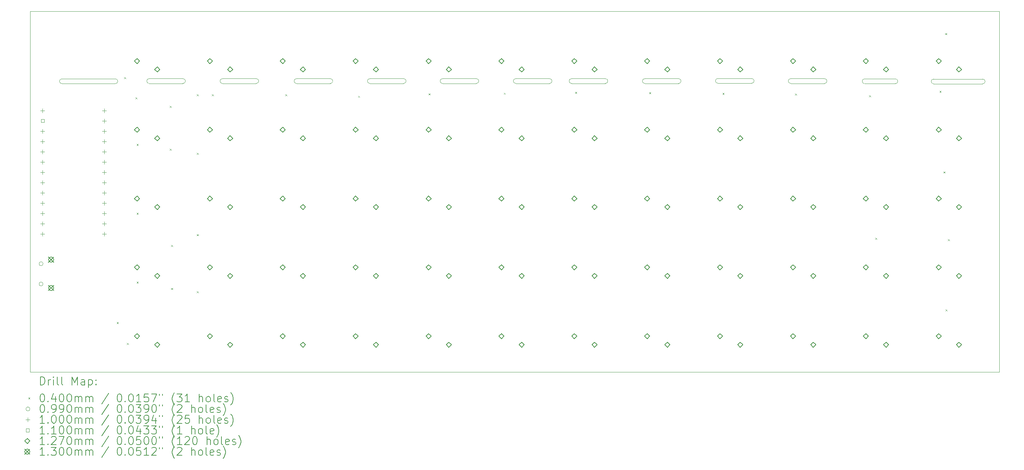
<source format=gbr>
%FSLAX45Y45*%
G04 Gerber Fmt 4.5, Leading zero omitted, Abs format (unit mm)*
G04 Created by KiCad (PCBNEW (6.0.1)) date 2022-01-22 18:42:36*
%MOMM*%
%LPD*%
G01*
G04 APERTURE LIST*
%TA.AperFunction,Profile*%
%ADD10C,0.100000*%
%TD*%
%ADD11C,0.200000*%
%ADD12C,0.040000*%
%ADD13C,0.099000*%
%ADD14C,0.100000*%
%ADD15C,0.110000*%
%ADD16C,0.127000*%
%ADD17C,0.130000*%
G04 APERTURE END LIST*
D10*
X9075000Y-5185000D02*
G75*
G03*
X9075000Y-5065000I0J60000D01*
G01*
X3765000Y-5190000D02*
G75*
G03*
X3765000Y-5070000I0J60000D01*
G01*
X17677000Y-5185000D02*
G75*
G03*
X17677000Y-5065000I0J60000D01*
G01*
X18645000Y-5060515D02*
G75*
G03*
X18645000Y-5180515I0J-60000D01*
G01*
X11845000Y-5065000D02*
X12680000Y-5065000D01*
X23975000Y-5074885D02*
X25185000Y-5074885D01*
X4600000Y-5065000D02*
X5435000Y-5065000D01*
X10050000Y-5065000D02*
G75*
G03*
X10050000Y-5185000I0J-60000D01*
G01*
X12680000Y-5185000D02*
G75*
G03*
X12680000Y-5065000I0J60000D01*
G01*
X16842000Y-5185000D02*
X17677000Y-5185000D01*
X8240000Y-5065000D02*
G75*
G03*
X8240000Y-5185000I0J-60000D01*
G01*
X15032000Y-5185000D02*
X15867000Y-5185000D01*
X10050000Y-5065000D02*
X10885000Y-5065000D01*
X22270000Y-5190000D02*
X23030000Y-5190000D01*
X23030000Y-5190000D02*
G75*
G03*
X23030000Y-5070000I0J60000D01*
G01*
X2445000Y-5190000D02*
X3765000Y-5190000D01*
X23975000Y-5194885D02*
X25185000Y-5194885D01*
X4600000Y-5185000D02*
X5435000Y-5185000D01*
X20445000Y-5185000D02*
X21280000Y-5185000D01*
X25185000Y-5194885D02*
G75*
G03*
X25185000Y-5074885I0J60000D01*
G01*
X20445000Y-5065000D02*
G75*
G03*
X20445000Y-5185000I0J-60000D01*
G01*
X8240000Y-5065000D02*
X9075000Y-5065000D01*
X15032000Y-5065000D02*
G75*
G03*
X15032000Y-5185000I0J-60000D01*
G01*
X11845000Y-5065000D02*
G75*
G03*
X11845000Y-5185000I0J-60000D01*
G01*
X7245000Y-5185000D02*
G75*
G03*
X7245000Y-5065000I0J60000D01*
G01*
X1660000Y-3400000D02*
X25600000Y-3400000D01*
X25600000Y-3400000D02*
X25600000Y-12320000D01*
X25600000Y-12320000D02*
X1660000Y-12320000D01*
X1660000Y-12320000D02*
X1660000Y-3400000D01*
X15867000Y-5185000D02*
G75*
G03*
X15867000Y-5065000I0J60000D01*
G01*
X22270000Y-5070000D02*
X23030000Y-5070000D01*
X19480000Y-5180515D02*
G75*
G03*
X19480000Y-5060515I0J60000D01*
G01*
X8240000Y-5185000D02*
X9075000Y-5185000D01*
X4600000Y-5065000D02*
G75*
G03*
X4600000Y-5185000I0J-60000D01*
G01*
X16842000Y-5065000D02*
X17677000Y-5065000D01*
X13655000Y-5065000D02*
X14490000Y-5065000D01*
X20445000Y-5065000D02*
X21280000Y-5065000D01*
X21280000Y-5185000D02*
G75*
G03*
X21280000Y-5065000I0J60000D01*
G01*
X15032000Y-5065000D02*
X15867000Y-5065000D01*
X5435000Y-5185000D02*
G75*
G03*
X5435000Y-5065000I0J60000D01*
G01*
X10050000Y-5185000D02*
X10885000Y-5185000D01*
X11845000Y-5185000D02*
X12680000Y-5185000D01*
X6410000Y-5185000D02*
X7245000Y-5185000D01*
X6410000Y-5065000D02*
X7245000Y-5065000D01*
X22270000Y-5070000D02*
G75*
G03*
X22270000Y-5190000I0J-60000D01*
G01*
X13655000Y-5185000D02*
X14490000Y-5185000D01*
X23975000Y-5074885D02*
G75*
G03*
X23975000Y-5194885I0J-60000D01*
G01*
X10885000Y-5185000D02*
G75*
G03*
X10885000Y-5065000I0J60000D01*
G01*
X14490000Y-5185000D02*
G75*
G03*
X14490000Y-5065000I0J60000D01*
G01*
X6410000Y-5065000D02*
G75*
G03*
X6410000Y-5185000I0J-60000D01*
G01*
X18645000Y-5060515D02*
X19480000Y-5060515D01*
X2445000Y-5070000D02*
G75*
G03*
X2445000Y-5190000I0J-60000D01*
G01*
X13655000Y-5065000D02*
G75*
G03*
X13655000Y-5185000I0J-60000D01*
G01*
X18645000Y-5180515D02*
X19480000Y-5180515D01*
X16842000Y-5065000D02*
G75*
G03*
X16842000Y-5185000I0J-60000D01*
G01*
X2445000Y-5070000D02*
X3765000Y-5070000D01*
D11*
D12*
X3800050Y-11080000D02*
X3840050Y-11120000D01*
X3840050Y-11080000D02*
X3800050Y-11120000D01*
X3980000Y-5030000D02*
X4020000Y-5070000D01*
X4020000Y-5030000D02*
X3980000Y-5070000D01*
X4050000Y-11600000D02*
X4090000Y-11640000D01*
X4090000Y-11600000D02*
X4050000Y-11640000D01*
X4260000Y-5530000D02*
X4300000Y-5570000D01*
X4300000Y-5530000D02*
X4260000Y-5570000D01*
X4291650Y-6680000D02*
X4331650Y-6720000D01*
X4331650Y-6680000D02*
X4291650Y-6720000D01*
X4291650Y-8380000D02*
X4331650Y-8420000D01*
X4331650Y-8380000D02*
X4291650Y-8420000D01*
X4291650Y-10080000D02*
X4331650Y-10120000D01*
X4331650Y-10080000D02*
X4291650Y-10120000D01*
X5110000Y-5740000D02*
X5150000Y-5780000D01*
X5150000Y-5740000D02*
X5110000Y-5780000D01*
X5110000Y-6800000D02*
X5150000Y-6840000D01*
X5150000Y-6800000D02*
X5110000Y-6840000D01*
X5140000Y-9180000D02*
X5180000Y-9220000D01*
X5180000Y-9180000D02*
X5140000Y-9220000D01*
X5140000Y-10240000D02*
X5180000Y-10280000D01*
X5180000Y-10240000D02*
X5140000Y-10280000D01*
X5780000Y-5450000D02*
X5820000Y-5490000D01*
X5820000Y-5450000D02*
X5780000Y-5490000D01*
X5780000Y-6900000D02*
X5820000Y-6940000D01*
X5820000Y-6900000D02*
X5780000Y-6940000D01*
X5780000Y-8910000D02*
X5820000Y-8950000D01*
X5820000Y-8910000D02*
X5780000Y-8950000D01*
X5780000Y-10320000D02*
X5820000Y-10360000D01*
X5820000Y-10320000D02*
X5780000Y-10360000D01*
X6150000Y-5450000D02*
X6190000Y-5490000D01*
X6190000Y-5450000D02*
X6150000Y-5490000D01*
X7960000Y-5450000D02*
X8000000Y-5490000D01*
X8000000Y-5450000D02*
X7960000Y-5490000D01*
X9760000Y-5490000D02*
X9800000Y-5530000D01*
X9800000Y-5490000D02*
X9760000Y-5530000D01*
X11500000Y-5430000D02*
X11540000Y-5470000D01*
X11540000Y-5430000D02*
X11500000Y-5470000D01*
X13360000Y-5413776D02*
X13400000Y-5453776D01*
X13400000Y-5413776D02*
X13360000Y-5453776D01*
X15120000Y-5390000D02*
X15160000Y-5430000D01*
X15160000Y-5390000D02*
X15120000Y-5430000D01*
X16950000Y-5400000D02*
X16990000Y-5440000D01*
X16990000Y-5400000D02*
X16950000Y-5440000D01*
X18760000Y-5420000D02*
X18800000Y-5460000D01*
X18800000Y-5420000D02*
X18760000Y-5460000D01*
X20550000Y-5435000D02*
X20590000Y-5475000D01*
X20590000Y-5435000D02*
X20550000Y-5475000D01*
X22380000Y-5480000D02*
X22420000Y-5520000D01*
X22420000Y-5480000D02*
X22380000Y-5520000D01*
X22530000Y-9000000D02*
X22570000Y-9040000D01*
X22570000Y-9000000D02*
X22530000Y-9040000D01*
X24120000Y-5370000D02*
X24160000Y-5410000D01*
X24160000Y-5370000D02*
X24120000Y-5410000D01*
X24220000Y-7360000D02*
X24260000Y-7400000D01*
X24260000Y-7360000D02*
X24220000Y-7400000D01*
X24260000Y-3940000D02*
X24300000Y-3980000D01*
X24300000Y-3940000D02*
X24260000Y-3980000D01*
X24270000Y-10770000D02*
X24310000Y-10810000D01*
X24310000Y-10770000D02*
X24270000Y-10810000D01*
X24330000Y-9030050D02*
X24370000Y-9070050D01*
X24370000Y-9030050D02*
X24330000Y-9070050D01*
D13*
X1979500Y-9640000D02*
G75*
G03*
X1979500Y-9640000I-49500J0D01*
G01*
X1979500Y-10140000D02*
G75*
G03*
X1979500Y-10140000I-49500J0D01*
G01*
D14*
X1968000Y-5806000D02*
X1968000Y-5906000D01*
X1918000Y-5856000D02*
X2018000Y-5856000D01*
X1968000Y-6314000D02*
X1968000Y-6414000D01*
X1918000Y-6364000D02*
X2018000Y-6364000D01*
X1968000Y-6568000D02*
X1968000Y-6668000D01*
X1918000Y-6618000D02*
X2018000Y-6618000D01*
X1968000Y-6822000D02*
X1968000Y-6922000D01*
X1918000Y-6872000D02*
X2018000Y-6872000D01*
X1968000Y-7076000D02*
X1968000Y-7176000D01*
X1918000Y-7126000D02*
X2018000Y-7126000D01*
X1968000Y-7330000D02*
X1968000Y-7430000D01*
X1918000Y-7380000D02*
X2018000Y-7380000D01*
X1968000Y-7584000D02*
X1968000Y-7684000D01*
X1918000Y-7634000D02*
X2018000Y-7634000D01*
X1968000Y-7838000D02*
X1968000Y-7938000D01*
X1918000Y-7888000D02*
X2018000Y-7888000D01*
X1968000Y-8092000D02*
X1968000Y-8192000D01*
X1918000Y-8142000D02*
X2018000Y-8142000D01*
X1968000Y-8346000D02*
X1968000Y-8446000D01*
X1918000Y-8396000D02*
X2018000Y-8396000D01*
X1968000Y-8600000D02*
X1968000Y-8700000D01*
X1918000Y-8650000D02*
X2018000Y-8650000D01*
X1968000Y-8854000D02*
X1968000Y-8954000D01*
X1918000Y-8904000D02*
X2018000Y-8904000D01*
X3492000Y-5806000D02*
X3492000Y-5906000D01*
X3442000Y-5856000D02*
X3542000Y-5856000D01*
X3492000Y-6060000D02*
X3492000Y-6160000D01*
X3442000Y-6110000D02*
X3542000Y-6110000D01*
X3492000Y-6314000D02*
X3492000Y-6414000D01*
X3442000Y-6364000D02*
X3542000Y-6364000D01*
X3492000Y-6568000D02*
X3492000Y-6668000D01*
X3442000Y-6618000D02*
X3542000Y-6618000D01*
X3492000Y-6822000D02*
X3492000Y-6922000D01*
X3442000Y-6872000D02*
X3542000Y-6872000D01*
X3492000Y-7076000D02*
X3492000Y-7176000D01*
X3442000Y-7126000D02*
X3542000Y-7126000D01*
X3492000Y-7330000D02*
X3492000Y-7430000D01*
X3442000Y-7380000D02*
X3542000Y-7380000D01*
X3492000Y-7584000D02*
X3492000Y-7684000D01*
X3442000Y-7634000D02*
X3542000Y-7634000D01*
X3492000Y-7838000D02*
X3492000Y-7938000D01*
X3442000Y-7888000D02*
X3542000Y-7888000D01*
X3492000Y-8092000D02*
X3492000Y-8192000D01*
X3442000Y-8142000D02*
X3542000Y-8142000D01*
X3492000Y-8346000D02*
X3492000Y-8446000D01*
X3442000Y-8396000D02*
X3542000Y-8396000D01*
X3492000Y-8600000D02*
X3492000Y-8700000D01*
X3442000Y-8650000D02*
X3542000Y-8650000D01*
X3492000Y-8854000D02*
X3492000Y-8954000D01*
X3442000Y-8904000D02*
X3542000Y-8904000D01*
D15*
X2006891Y-6148891D02*
X2006891Y-6071109D01*
X1929109Y-6071109D01*
X1929109Y-6148891D01*
X2006891Y-6148891D01*
D16*
X4300000Y-4693500D02*
X4363500Y-4630000D01*
X4300000Y-4566500D01*
X4236500Y-4630000D01*
X4300000Y-4693500D01*
X4300000Y-6393500D02*
X4363500Y-6330000D01*
X4300000Y-6266500D01*
X4236500Y-6330000D01*
X4300000Y-6393500D01*
X4300000Y-8093500D02*
X4363500Y-8030000D01*
X4300000Y-7966500D01*
X4236500Y-8030000D01*
X4300000Y-8093500D01*
X4300000Y-9793500D02*
X4363500Y-9730000D01*
X4300000Y-9666500D01*
X4236500Y-9730000D01*
X4300000Y-9793500D01*
X4300000Y-11493500D02*
X4363500Y-11430000D01*
X4300000Y-11366500D01*
X4236500Y-11430000D01*
X4300000Y-11493500D01*
X4800000Y-4903500D02*
X4863500Y-4840000D01*
X4800000Y-4776500D01*
X4736500Y-4840000D01*
X4800000Y-4903500D01*
X4800000Y-6603500D02*
X4863500Y-6540000D01*
X4800000Y-6476500D01*
X4736500Y-6540000D01*
X4800000Y-6603500D01*
X4800000Y-8303500D02*
X4863500Y-8240000D01*
X4800000Y-8176500D01*
X4736500Y-8240000D01*
X4800000Y-8303500D01*
X4800000Y-10003500D02*
X4863500Y-9940000D01*
X4800000Y-9876500D01*
X4736500Y-9940000D01*
X4800000Y-10003500D01*
X4800000Y-11703500D02*
X4863500Y-11640000D01*
X4800000Y-11576500D01*
X4736500Y-11640000D01*
X4800000Y-11703500D01*
X6100000Y-4693500D02*
X6163500Y-4630000D01*
X6100000Y-4566500D01*
X6036500Y-4630000D01*
X6100000Y-4693500D01*
X6100000Y-6393500D02*
X6163500Y-6330000D01*
X6100000Y-6266500D01*
X6036500Y-6330000D01*
X6100000Y-6393500D01*
X6100000Y-8093500D02*
X6163500Y-8030000D01*
X6100000Y-7966500D01*
X6036500Y-8030000D01*
X6100000Y-8093500D01*
X6100000Y-9793500D02*
X6163500Y-9730000D01*
X6100000Y-9666500D01*
X6036500Y-9730000D01*
X6100000Y-9793500D01*
X6100000Y-11493500D02*
X6163500Y-11430000D01*
X6100000Y-11366500D01*
X6036500Y-11430000D01*
X6100000Y-11493500D01*
X6600000Y-4903500D02*
X6663500Y-4840000D01*
X6600000Y-4776500D01*
X6536500Y-4840000D01*
X6600000Y-4903500D01*
X6600000Y-6603500D02*
X6663500Y-6540000D01*
X6600000Y-6476500D01*
X6536500Y-6540000D01*
X6600000Y-6603500D01*
X6600000Y-8303500D02*
X6663500Y-8240000D01*
X6600000Y-8176500D01*
X6536500Y-8240000D01*
X6600000Y-8303500D01*
X6600000Y-10003500D02*
X6663500Y-9940000D01*
X6600000Y-9876500D01*
X6536500Y-9940000D01*
X6600000Y-10003500D01*
X6600000Y-11703500D02*
X6663500Y-11640000D01*
X6600000Y-11576500D01*
X6536500Y-11640000D01*
X6600000Y-11703500D01*
X7900000Y-4693500D02*
X7963500Y-4630000D01*
X7900000Y-4566500D01*
X7836500Y-4630000D01*
X7900000Y-4693500D01*
X7900000Y-6393500D02*
X7963500Y-6330000D01*
X7900000Y-6266500D01*
X7836500Y-6330000D01*
X7900000Y-6393500D01*
X7900000Y-8093500D02*
X7963500Y-8030000D01*
X7900000Y-7966500D01*
X7836500Y-8030000D01*
X7900000Y-8093500D01*
X7900000Y-9793500D02*
X7963500Y-9730000D01*
X7900000Y-9666500D01*
X7836500Y-9730000D01*
X7900000Y-9793500D01*
X7900000Y-11493500D02*
X7963500Y-11430000D01*
X7900000Y-11366500D01*
X7836500Y-11430000D01*
X7900000Y-11493500D01*
X8400000Y-4903500D02*
X8463500Y-4840000D01*
X8400000Y-4776500D01*
X8336500Y-4840000D01*
X8400000Y-4903500D01*
X8400000Y-6603500D02*
X8463500Y-6540000D01*
X8400000Y-6476500D01*
X8336500Y-6540000D01*
X8400000Y-6603500D01*
X8400000Y-8303500D02*
X8463500Y-8240000D01*
X8400000Y-8176500D01*
X8336500Y-8240000D01*
X8400000Y-8303500D01*
X8400000Y-10003500D02*
X8463500Y-9940000D01*
X8400000Y-9876500D01*
X8336500Y-9940000D01*
X8400000Y-10003500D01*
X8400000Y-11703500D02*
X8463500Y-11640000D01*
X8400000Y-11576500D01*
X8336500Y-11640000D01*
X8400000Y-11703500D01*
X9700000Y-4693500D02*
X9763500Y-4630000D01*
X9700000Y-4566500D01*
X9636500Y-4630000D01*
X9700000Y-4693500D01*
X9700000Y-6393500D02*
X9763500Y-6330000D01*
X9700000Y-6266500D01*
X9636500Y-6330000D01*
X9700000Y-6393500D01*
X9700000Y-8093500D02*
X9763500Y-8030000D01*
X9700000Y-7966500D01*
X9636500Y-8030000D01*
X9700000Y-8093500D01*
X9700000Y-9793500D02*
X9763500Y-9730000D01*
X9700000Y-9666500D01*
X9636500Y-9730000D01*
X9700000Y-9793500D01*
X9700000Y-11493500D02*
X9763500Y-11430000D01*
X9700000Y-11366500D01*
X9636500Y-11430000D01*
X9700000Y-11493500D01*
X10200000Y-4903500D02*
X10263500Y-4840000D01*
X10200000Y-4776500D01*
X10136500Y-4840000D01*
X10200000Y-4903500D01*
X10200000Y-6603500D02*
X10263500Y-6540000D01*
X10200000Y-6476500D01*
X10136500Y-6540000D01*
X10200000Y-6603500D01*
X10200000Y-8303500D02*
X10263500Y-8240000D01*
X10200000Y-8176500D01*
X10136500Y-8240000D01*
X10200000Y-8303500D01*
X10200000Y-10003500D02*
X10263500Y-9940000D01*
X10200000Y-9876500D01*
X10136500Y-9940000D01*
X10200000Y-10003500D01*
X10200000Y-11703500D02*
X10263500Y-11640000D01*
X10200000Y-11576500D01*
X10136500Y-11640000D01*
X10200000Y-11703500D01*
X11500000Y-4693500D02*
X11563500Y-4630000D01*
X11500000Y-4566500D01*
X11436500Y-4630000D01*
X11500000Y-4693500D01*
X11500000Y-6393500D02*
X11563500Y-6330000D01*
X11500000Y-6266500D01*
X11436500Y-6330000D01*
X11500000Y-6393500D01*
X11500000Y-8093500D02*
X11563500Y-8030000D01*
X11500000Y-7966500D01*
X11436500Y-8030000D01*
X11500000Y-8093500D01*
X11500000Y-9793500D02*
X11563500Y-9730000D01*
X11500000Y-9666500D01*
X11436500Y-9730000D01*
X11500000Y-9793500D01*
X11500000Y-11493500D02*
X11563500Y-11430000D01*
X11500000Y-11366500D01*
X11436500Y-11430000D01*
X11500000Y-11493500D01*
X12000000Y-4903500D02*
X12063500Y-4840000D01*
X12000000Y-4776500D01*
X11936500Y-4840000D01*
X12000000Y-4903500D01*
X12000000Y-6603500D02*
X12063500Y-6540000D01*
X12000000Y-6476500D01*
X11936500Y-6540000D01*
X12000000Y-6603500D01*
X12000000Y-8303500D02*
X12063500Y-8240000D01*
X12000000Y-8176500D01*
X11936500Y-8240000D01*
X12000000Y-8303500D01*
X12000000Y-10003500D02*
X12063500Y-9940000D01*
X12000000Y-9876500D01*
X11936500Y-9940000D01*
X12000000Y-10003500D01*
X12000000Y-11703500D02*
X12063500Y-11640000D01*
X12000000Y-11576500D01*
X11936500Y-11640000D01*
X12000000Y-11703500D01*
X13300000Y-4693500D02*
X13363500Y-4630000D01*
X13300000Y-4566500D01*
X13236500Y-4630000D01*
X13300000Y-4693500D01*
X13300000Y-6393500D02*
X13363500Y-6330000D01*
X13300000Y-6266500D01*
X13236500Y-6330000D01*
X13300000Y-6393500D01*
X13300000Y-8093500D02*
X13363500Y-8030000D01*
X13300000Y-7966500D01*
X13236500Y-8030000D01*
X13300000Y-8093500D01*
X13300000Y-9793500D02*
X13363500Y-9730000D01*
X13300000Y-9666500D01*
X13236500Y-9730000D01*
X13300000Y-9793500D01*
X13300000Y-11493500D02*
X13363500Y-11430000D01*
X13300000Y-11366500D01*
X13236500Y-11430000D01*
X13300000Y-11493500D01*
X13800000Y-4903500D02*
X13863500Y-4840000D01*
X13800000Y-4776500D01*
X13736500Y-4840000D01*
X13800000Y-4903500D01*
X13800000Y-6603500D02*
X13863500Y-6540000D01*
X13800000Y-6476500D01*
X13736500Y-6540000D01*
X13800000Y-6603500D01*
X13800000Y-8303500D02*
X13863500Y-8240000D01*
X13800000Y-8176500D01*
X13736500Y-8240000D01*
X13800000Y-8303500D01*
X13800000Y-10003500D02*
X13863500Y-9940000D01*
X13800000Y-9876500D01*
X13736500Y-9940000D01*
X13800000Y-10003500D01*
X13800000Y-11703500D02*
X13863500Y-11640000D01*
X13800000Y-11576500D01*
X13736500Y-11640000D01*
X13800000Y-11703500D01*
X15100000Y-4693500D02*
X15163500Y-4630000D01*
X15100000Y-4566500D01*
X15036500Y-4630000D01*
X15100000Y-4693500D01*
X15100000Y-6393500D02*
X15163500Y-6330000D01*
X15100000Y-6266500D01*
X15036500Y-6330000D01*
X15100000Y-6393500D01*
X15100000Y-8093500D02*
X15163500Y-8030000D01*
X15100000Y-7966500D01*
X15036500Y-8030000D01*
X15100000Y-8093500D01*
X15100000Y-9793500D02*
X15163500Y-9730000D01*
X15100000Y-9666500D01*
X15036500Y-9730000D01*
X15100000Y-9793500D01*
X15100000Y-11493500D02*
X15163500Y-11430000D01*
X15100000Y-11366500D01*
X15036500Y-11430000D01*
X15100000Y-11493500D01*
X15600000Y-4903500D02*
X15663500Y-4840000D01*
X15600000Y-4776500D01*
X15536500Y-4840000D01*
X15600000Y-4903500D01*
X15600000Y-6603500D02*
X15663500Y-6540000D01*
X15600000Y-6476500D01*
X15536500Y-6540000D01*
X15600000Y-6603500D01*
X15600000Y-8303500D02*
X15663500Y-8240000D01*
X15600000Y-8176500D01*
X15536500Y-8240000D01*
X15600000Y-8303500D01*
X15600000Y-10003500D02*
X15663500Y-9940000D01*
X15600000Y-9876500D01*
X15536500Y-9940000D01*
X15600000Y-10003500D01*
X15600000Y-11703500D02*
X15663500Y-11640000D01*
X15600000Y-11576500D01*
X15536500Y-11640000D01*
X15600000Y-11703500D01*
X16900000Y-4693500D02*
X16963500Y-4630000D01*
X16900000Y-4566500D01*
X16836500Y-4630000D01*
X16900000Y-4693500D01*
X16900000Y-6393500D02*
X16963500Y-6330000D01*
X16900000Y-6266500D01*
X16836500Y-6330000D01*
X16900000Y-6393500D01*
X16900000Y-8093500D02*
X16963500Y-8030000D01*
X16900000Y-7966500D01*
X16836500Y-8030000D01*
X16900000Y-8093500D01*
X16900000Y-9793500D02*
X16963500Y-9730000D01*
X16900000Y-9666500D01*
X16836500Y-9730000D01*
X16900000Y-9793500D01*
X16900000Y-11493500D02*
X16963500Y-11430000D01*
X16900000Y-11366500D01*
X16836500Y-11430000D01*
X16900000Y-11493500D01*
X17400000Y-4903500D02*
X17463500Y-4840000D01*
X17400000Y-4776500D01*
X17336500Y-4840000D01*
X17400000Y-4903500D01*
X17400000Y-6603500D02*
X17463500Y-6540000D01*
X17400000Y-6476500D01*
X17336500Y-6540000D01*
X17400000Y-6603500D01*
X17400000Y-8303500D02*
X17463500Y-8240000D01*
X17400000Y-8176500D01*
X17336500Y-8240000D01*
X17400000Y-8303500D01*
X17400000Y-10003500D02*
X17463500Y-9940000D01*
X17400000Y-9876500D01*
X17336500Y-9940000D01*
X17400000Y-10003500D01*
X17400000Y-11703500D02*
X17463500Y-11640000D01*
X17400000Y-11576500D01*
X17336500Y-11640000D01*
X17400000Y-11703500D01*
X18700000Y-4693500D02*
X18763500Y-4630000D01*
X18700000Y-4566500D01*
X18636500Y-4630000D01*
X18700000Y-4693500D01*
X18700000Y-6393500D02*
X18763500Y-6330000D01*
X18700000Y-6266500D01*
X18636500Y-6330000D01*
X18700000Y-6393500D01*
X18700000Y-8093500D02*
X18763500Y-8030000D01*
X18700000Y-7966500D01*
X18636500Y-8030000D01*
X18700000Y-8093500D01*
X18700000Y-9793500D02*
X18763500Y-9730000D01*
X18700000Y-9666500D01*
X18636500Y-9730000D01*
X18700000Y-9793500D01*
X18700000Y-11493500D02*
X18763500Y-11430000D01*
X18700000Y-11366500D01*
X18636500Y-11430000D01*
X18700000Y-11493500D01*
X19200000Y-4903500D02*
X19263500Y-4840000D01*
X19200000Y-4776500D01*
X19136500Y-4840000D01*
X19200000Y-4903500D01*
X19200000Y-6603500D02*
X19263500Y-6540000D01*
X19200000Y-6476500D01*
X19136500Y-6540000D01*
X19200000Y-6603500D01*
X19200000Y-8303500D02*
X19263500Y-8240000D01*
X19200000Y-8176500D01*
X19136500Y-8240000D01*
X19200000Y-8303500D01*
X19200000Y-10003500D02*
X19263500Y-9940000D01*
X19200000Y-9876500D01*
X19136500Y-9940000D01*
X19200000Y-10003500D01*
X19200000Y-11703500D02*
X19263500Y-11640000D01*
X19200000Y-11576500D01*
X19136500Y-11640000D01*
X19200000Y-11703500D01*
X20500000Y-4693500D02*
X20563500Y-4630000D01*
X20500000Y-4566500D01*
X20436500Y-4630000D01*
X20500000Y-4693500D01*
X20500000Y-6393500D02*
X20563500Y-6330000D01*
X20500000Y-6266500D01*
X20436500Y-6330000D01*
X20500000Y-6393500D01*
X20500000Y-8093500D02*
X20563500Y-8030000D01*
X20500000Y-7966500D01*
X20436500Y-8030000D01*
X20500000Y-8093500D01*
X20500000Y-9793500D02*
X20563500Y-9730000D01*
X20500000Y-9666500D01*
X20436500Y-9730000D01*
X20500000Y-9793500D01*
X20500000Y-11493500D02*
X20563500Y-11430000D01*
X20500000Y-11366500D01*
X20436500Y-11430000D01*
X20500000Y-11493500D01*
X21000000Y-4903500D02*
X21063500Y-4840000D01*
X21000000Y-4776500D01*
X20936500Y-4840000D01*
X21000000Y-4903500D01*
X21000000Y-6603500D02*
X21063500Y-6540000D01*
X21000000Y-6476500D01*
X20936500Y-6540000D01*
X21000000Y-6603500D01*
X21000000Y-8303500D02*
X21063500Y-8240000D01*
X21000000Y-8176500D01*
X20936500Y-8240000D01*
X21000000Y-8303500D01*
X21000000Y-10003500D02*
X21063500Y-9940000D01*
X21000000Y-9876500D01*
X20936500Y-9940000D01*
X21000000Y-10003500D01*
X21000000Y-11703500D02*
X21063500Y-11640000D01*
X21000000Y-11576500D01*
X20936500Y-11640000D01*
X21000000Y-11703500D01*
X22300000Y-4693500D02*
X22363500Y-4630000D01*
X22300000Y-4566500D01*
X22236500Y-4630000D01*
X22300000Y-4693500D01*
X22300000Y-6393500D02*
X22363500Y-6330000D01*
X22300000Y-6266500D01*
X22236500Y-6330000D01*
X22300000Y-6393500D01*
X22300000Y-8093500D02*
X22363500Y-8030000D01*
X22300000Y-7966500D01*
X22236500Y-8030000D01*
X22300000Y-8093500D01*
X22300000Y-9793500D02*
X22363500Y-9730000D01*
X22300000Y-9666500D01*
X22236500Y-9730000D01*
X22300000Y-9793500D01*
X22300000Y-11493500D02*
X22363500Y-11430000D01*
X22300000Y-11366500D01*
X22236500Y-11430000D01*
X22300000Y-11493500D01*
X22800000Y-4903500D02*
X22863500Y-4840000D01*
X22800000Y-4776500D01*
X22736500Y-4840000D01*
X22800000Y-4903500D01*
X22800000Y-6603500D02*
X22863500Y-6540000D01*
X22800000Y-6476500D01*
X22736500Y-6540000D01*
X22800000Y-6603500D01*
X22800000Y-8303500D02*
X22863500Y-8240000D01*
X22800000Y-8176500D01*
X22736500Y-8240000D01*
X22800000Y-8303500D01*
X22800000Y-10003500D02*
X22863500Y-9940000D01*
X22800000Y-9876500D01*
X22736500Y-9940000D01*
X22800000Y-10003500D01*
X22800000Y-11703500D02*
X22863500Y-11640000D01*
X22800000Y-11576500D01*
X22736500Y-11640000D01*
X22800000Y-11703500D01*
X24100000Y-4693500D02*
X24163500Y-4630000D01*
X24100000Y-4566500D01*
X24036500Y-4630000D01*
X24100000Y-4693500D01*
X24100000Y-6393500D02*
X24163500Y-6330000D01*
X24100000Y-6266500D01*
X24036500Y-6330000D01*
X24100000Y-6393500D01*
X24100000Y-8093500D02*
X24163500Y-8030000D01*
X24100000Y-7966500D01*
X24036500Y-8030000D01*
X24100000Y-8093500D01*
X24100000Y-9793500D02*
X24163500Y-9730000D01*
X24100000Y-9666500D01*
X24036500Y-9730000D01*
X24100000Y-9793500D01*
X24100000Y-11493500D02*
X24163500Y-11430000D01*
X24100000Y-11366500D01*
X24036500Y-11430000D01*
X24100000Y-11493500D01*
X24600000Y-4903500D02*
X24663500Y-4840000D01*
X24600000Y-4776500D01*
X24536500Y-4840000D01*
X24600000Y-4903500D01*
X24600000Y-6603500D02*
X24663500Y-6540000D01*
X24600000Y-6476500D01*
X24536500Y-6540000D01*
X24600000Y-6603500D01*
X24600000Y-8303500D02*
X24663500Y-8240000D01*
X24600000Y-8176500D01*
X24536500Y-8240000D01*
X24600000Y-8303500D01*
X24600000Y-10003500D02*
X24663500Y-9940000D01*
X24600000Y-9876500D01*
X24536500Y-9940000D01*
X24600000Y-10003500D01*
X24600000Y-11703500D02*
X24663500Y-11640000D01*
X24600000Y-11576500D01*
X24536500Y-11640000D01*
X24600000Y-11703500D01*
D17*
X2114000Y-9474000D02*
X2244000Y-9604000D01*
X2244000Y-9474000D02*
X2114000Y-9604000D01*
X2244000Y-9539000D02*
G75*
G03*
X2244000Y-9539000I-65000J0D01*
G01*
X2114000Y-10175000D02*
X2244000Y-10305000D01*
X2244000Y-10175000D02*
X2114000Y-10305000D01*
X2244000Y-10240000D02*
G75*
G03*
X2244000Y-10240000I-65000J0D01*
G01*
D11*
X1912619Y-12635476D02*
X1912619Y-12435476D01*
X1960238Y-12435476D01*
X1988809Y-12445000D01*
X2007857Y-12464048D01*
X2017381Y-12483095D01*
X2026905Y-12521190D01*
X2026905Y-12549762D01*
X2017381Y-12587857D01*
X2007857Y-12606905D01*
X1988809Y-12625952D01*
X1960238Y-12635476D01*
X1912619Y-12635476D01*
X2112619Y-12635476D02*
X2112619Y-12502143D01*
X2112619Y-12540238D02*
X2122143Y-12521190D01*
X2131667Y-12511667D01*
X2150714Y-12502143D01*
X2169762Y-12502143D01*
X2236429Y-12635476D02*
X2236429Y-12502143D01*
X2236429Y-12435476D02*
X2226905Y-12445000D01*
X2236429Y-12454524D01*
X2245952Y-12445000D01*
X2236429Y-12435476D01*
X2236429Y-12454524D01*
X2360238Y-12635476D02*
X2341190Y-12625952D01*
X2331667Y-12606905D01*
X2331667Y-12435476D01*
X2465000Y-12635476D02*
X2445952Y-12625952D01*
X2436429Y-12606905D01*
X2436429Y-12435476D01*
X2693571Y-12635476D02*
X2693571Y-12435476D01*
X2760238Y-12578333D01*
X2826905Y-12435476D01*
X2826905Y-12635476D01*
X3007857Y-12635476D02*
X3007857Y-12530714D01*
X2998333Y-12511667D01*
X2979286Y-12502143D01*
X2941190Y-12502143D01*
X2922143Y-12511667D01*
X3007857Y-12625952D02*
X2988809Y-12635476D01*
X2941190Y-12635476D01*
X2922143Y-12625952D01*
X2912619Y-12606905D01*
X2912619Y-12587857D01*
X2922143Y-12568809D01*
X2941190Y-12559286D01*
X2988809Y-12559286D01*
X3007857Y-12549762D01*
X3103095Y-12502143D02*
X3103095Y-12702143D01*
X3103095Y-12511667D02*
X3122143Y-12502143D01*
X3160238Y-12502143D01*
X3179286Y-12511667D01*
X3188809Y-12521190D01*
X3198333Y-12540238D01*
X3198333Y-12597381D01*
X3188809Y-12616428D01*
X3179286Y-12625952D01*
X3160238Y-12635476D01*
X3122143Y-12635476D01*
X3103095Y-12625952D01*
X3284048Y-12616428D02*
X3293571Y-12625952D01*
X3284048Y-12635476D01*
X3274524Y-12625952D01*
X3284048Y-12616428D01*
X3284048Y-12635476D01*
X3284048Y-12511667D02*
X3293571Y-12521190D01*
X3284048Y-12530714D01*
X3274524Y-12521190D01*
X3284048Y-12511667D01*
X3284048Y-12530714D01*
D12*
X1615000Y-12945000D02*
X1655000Y-12985000D01*
X1655000Y-12945000D02*
X1615000Y-12985000D01*
D11*
X1950714Y-12855476D02*
X1969762Y-12855476D01*
X1988809Y-12865000D01*
X1998333Y-12874524D01*
X2007857Y-12893571D01*
X2017381Y-12931667D01*
X2017381Y-12979286D01*
X2007857Y-13017381D01*
X1998333Y-13036428D01*
X1988809Y-13045952D01*
X1969762Y-13055476D01*
X1950714Y-13055476D01*
X1931667Y-13045952D01*
X1922143Y-13036428D01*
X1912619Y-13017381D01*
X1903095Y-12979286D01*
X1903095Y-12931667D01*
X1912619Y-12893571D01*
X1922143Y-12874524D01*
X1931667Y-12865000D01*
X1950714Y-12855476D01*
X2103095Y-13036428D02*
X2112619Y-13045952D01*
X2103095Y-13055476D01*
X2093571Y-13045952D01*
X2103095Y-13036428D01*
X2103095Y-13055476D01*
X2284048Y-12922143D02*
X2284048Y-13055476D01*
X2236429Y-12845952D02*
X2188810Y-12988809D01*
X2312619Y-12988809D01*
X2426905Y-12855476D02*
X2445952Y-12855476D01*
X2465000Y-12865000D01*
X2474524Y-12874524D01*
X2484048Y-12893571D01*
X2493571Y-12931667D01*
X2493571Y-12979286D01*
X2484048Y-13017381D01*
X2474524Y-13036428D01*
X2465000Y-13045952D01*
X2445952Y-13055476D01*
X2426905Y-13055476D01*
X2407857Y-13045952D01*
X2398333Y-13036428D01*
X2388810Y-13017381D01*
X2379286Y-12979286D01*
X2379286Y-12931667D01*
X2388810Y-12893571D01*
X2398333Y-12874524D01*
X2407857Y-12865000D01*
X2426905Y-12855476D01*
X2617381Y-12855476D02*
X2636429Y-12855476D01*
X2655476Y-12865000D01*
X2665000Y-12874524D01*
X2674524Y-12893571D01*
X2684048Y-12931667D01*
X2684048Y-12979286D01*
X2674524Y-13017381D01*
X2665000Y-13036428D01*
X2655476Y-13045952D01*
X2636429Y-13055476D01*
X2617381Y-13055476D01*
X2598333Y-13045952D01*
X2588810Y-13036428D01*
X2579286Y-13017381D01*
X2569762Y-12979286D01*
X2569762Y-12931667D01*
X2579286Y-12893571D01*
X2588810Y-12874524D01*
X2598333Y-12865000D01*
X2617381Y-12855476D01*
X2769762Y-13055476D02*
X2769762Y-12922143D01*
X2769762Y-12941190D02*
X2779286Y-12931667D01*
X2798333Y-12922143D01*
X2826905Y-12922143D01*
X2845952Y-12931667D01*
X2855476Y-12950714D01*
X2855476Y-13055476D01*
X2855476Y-12950714D02*
X2865000Y-12931667D01*
X2884048Y-12922143D01*
X2912619Y-12922143D01*
X2931667Y-12931667D01*
X2941190Y-12950714D01*
X2941190Y-13055476D01*
X3036428Y-13055476D02*
X3036428Y-12922143D01*
X3036428Y-12941190D02*
X3045952Y-12931667D01*
X3065000Y-12922143D01*
X3093571Y-12922143D01*
X3112619Y-12931667D01*
X3122143Y-12950714D01*
X3122143Y-13055476D01*
X3122143Y-12950714D02*
X3131667Y-12931667D01*
X3150714Y-12922143D01*
X3179286Y-12922143D01*
X3198333Y-12931667D01*
X3207857Y-12950714D01*
X3207857Y-13055476D01*
X3598333Y-12845952D02*
X3426905Y-13103095D01*
X3855476Y-12855476D02*
X3874524Y-12855476D01*
X3893571Y-12865000D01*
X3903095Y-12874524D01*
X3912619Y-12893571D01*
X3922143Y-12931667D01*
X3922143Y-12979286D01*
X3912619Y-13017381D01*
X3903095Y-13036428D01*
X3893571Y-13045952D01*
X3874524Y-13055476D01*
X3855476Y-13055476D01*
X3836428Y-13045952D01*
X3826905Y-13036428D01*
X3817381Y-13017381D01*
X3807857Y-12979286D01*
X3807857Y-12931667D01*
X3817381Y-12893571D01*
X3826905Y-12874524D01*
X3836428Y-12865000D01*
X3855476Y-12855476D01*
X4007857Y-13036428D02*
X4017381Y-13045952D01*
X4007857Y-13055476D01*
X3998333Y-13045952D01*
X4007857Y-13036428D01*
X4007857Y-13055476D01*
X4141190Y-12855476D02*
X4160238Y-12855476D01*
X4179286Y-12865000D01*
X4188809Y-12874524D01*
X4198333Y-12893571D01*
X4207857Y-12931667D01*
X4207857Y-12979286D01*
X4198333Y-13017381D01*
X4188809Y-13036428D01*
X4179286Y-13045952D01*
X4160238Y-13055476D01*
X4141190Y-13055476D01*
X4122143Y-13045952D01*
X4112619Y-13036428D01*
X4103095Y-13017381D01*
X4093571Y-12979286D01*
X4093571Y-12931667D01*
X4103095Y-12893571D01*
X4112619Y-12874524D01*
X4122143Y-12865000D01*
X4141190Y-12855476D01*
X4398333Y-13055476D02*
X4284048Y-13055476D01*
X4341190Y-13055476D02*
X4341190Y-12855476D01*
X4322143Y-12884048D01*
X4303095Y-12903095D01*
X4284048Y-12912619D01*
X4579286Y-12855476D02*
X4484048Y-12855476D01*
X4474524Y-12950714D01*
X4484048Y-12941190D01*
X4503095Y-12931667D01*
X4550714Y-12931667D01*
X4569762Y-12941190D01*
X4579286Y-12950714D01*
X4588810Y-12969762D01*
X4588810Y-13017381D01*
X4579286Y-13036428D01*
X4569762Y-13045952D01*
X4550714Y-13055476D01*
X4503095Y-13055476D01*
X4484048Y-13045952D01*
X4474524Y-13036428D01*
X4655476Y-12855476D02*
X4788810Y-12855476D01*
X4703095Y-13055476D01*
X4855476Y-12855476D02*
X4855476Y-12893571D01*
X4931667Y-12855476D02*
X4931667Y-12893571D01*
X5226905Y-13131667D02*
X5217381Y-13122143D01*
X5198333Y-13093571D01*
X5188810Y-13074524D01*
X5179286Y-13045952D01*
X5169762Y-12998333D01*
X5169762Y-12960238D01*
X5179286Y-12912619D01*
X5188810Y-12884048D01*
X5198333Y-12865000D01*
X5217381Y-12836428D01*
X5226905Y-12826905D01*
X5284048Y-12855476D02*
X5407857Y-12855476D01*
X5341190Y-12931667D01*
X5369762Y-12931667D01*
X5388810Y-12941190D01*
X5398333Y-12950714D01*
X5407857Y-12969762D01*
X5407857Y-13017381D01*
X5398333Y-13036428D01*
X5388810Y-13045952D01*
X5369762Y-13055476D01*
X5312619Y-13055476D01*
X5293571Y-13045952D01*
X5284048Y-13036428D01*
X5598333Y-13055476D02*
X5484048Y-13055476D01*
X5541190Y-13055476D02*
X5541190Y-12855476D01*
X5522143Y-12884048D01*
X5503095Y-12903095D01*
X5484048Y-12912619D01*
X5836428Y-13055476D02*
X5836428Y-12855476D01*
X5922143Y-13055476D02*
X5922143Y-12950714D01*
X5912619Y-12931667D01*
X5893571Y-12922143D01*
X5865000Y-12922143D01*
X5845952Y-12931667D01*
X5836428Y-12941190D01*
X6045952Y-13055476D02*
X6026905Y-13045952D01*
X6017381Y-13036428D01*
X6007857Y-13017381D01*
X6007857Y-12960238D01*
X6017381Y-12941190D01*
X6026905Y-12931667D01*
X6045952Y-12922143D01*
X6074524Y-12922143D01*
X6093571Y-12931667D01*
X6103095Y-12941190D01*
X6112619Y-12960238D01*
X6112619Y-13017381D01*
X6103095Y-13036428D01*
X6093571Y-13045952D01*
X6074524Y-13055476D01*
X6045952Y-13055476D01*
X6226905Y-13055476D02*
X6207857Y-13045952D01*
X6198333Y-13026905D01*
X6198333Y-12855476D01*
X6379286Y-13045952D02*
X6360238Y-13055476D01*
X6322143Y-13055476D01*
X6303095Y-13045952D01*
X6293571Y-13026905D01*
X6293571Y-12950714D01*
X6303095Y-12931667D01*
X6322143Y-12922143D01*
X6360238Y-12922143D01*
X6379286Y-12931667D01*
X6388809Y-12950714D01*
X6388809Y-12969762D01*
X6293571Y-12988809D01*
X6465000Y-13045952D02*
X6484048Y-13055476D01*
X6522143Y-13055476D01*
X6541190Y-13045952D01*
X6550714Y-13026905D01*
X6550714Y-13017381D01*
X6541190Y-12998333D01*
X6522143Y-12988809D01*
X6493571Y-12988809D01*
X6474524Y-12979286D01*
X6465000Y-12960238D01*
X6465000Y-12950714D01*
X6474524Y-12931667D01*
X6493571Y-12922143D01*
X6522143Y-12922143D01*
X6541190Y-12931667D01*
X6617381Y-13131667D02*
X6626905Y-13122143D01*
X6645952Y-13093571D01*
X6655476Y-13074524D01*
X6665000Y-13045952D01*
X6674524Y-12998333D01*
X6674524Y-12960238D01*
X6665000Y-12912619D01*
X6655476Y-12884048D01*
X6645952Y-12865000D01*
X6626905Y-12836428D01*
X6617381Y-12826905D01*
D13*
X1655000Y-13229000D02*
G75*
G03*
X1655000Y-13229000I-49500J0D01*
G01*
D11*
X1950714Y-13119476D02*
X1969762Y-13119476D01*
X1988809Y-13129000D01*
X1998333Y-13138524D01*
X2007857Y-13157571D01*
X2017381Y-13195667D01*
X2017381Y-13243286D01*
X2007857Y-13281381D01*
X1998333Y-13300428D01*
X1988809Y-13309952D01*
X1969762Y-13319476D01*
X1950714Y-13319476D01*
X1931667Y-13309952D01*
X1922143Y-13300428D01*
X1912619Y-13281381D01*
X1903095Y-13243286D01*
X1903095Y-13195667D01*
X1912619Y-13157571D01*
X1922143Y-13138524D01*
X1931667Y-13129000D01*
X1950714Y-13119476D01*
X2103095Y-13300428D02*
X2112619Y-13309952D01*
X2103095Y-13319476D01*
X2093571Y-13309952D01*
X2103095Y-13300428D01*
X2103095Y-13319476D01*
X2207857Y-13319476D02*
X2245952Y-13319476D01*
X2265000Y-13309952D01*
X2274524Y-13300428D01*
X2293571Y-13271857D01*
X2303095Y-13233762D01*
X2303095Y-13157571D01*
X2293571Y-13138524D01*
X2284048Y-13129000D01*
X2265000Y-13119476D01*
X2226905Y-13119476D01*
X2207857Y-13129000D01*
X2198333Y-13138524D01*
X2188810Y-13157571D01*
X2188810Y-13205190D01*
X2198333Y-13224238D01*
X2207857Y-13233762D01*
X2226905Y-13243286D01*
X2265000Y-13243286D01*
X2284048Y-13233762D01*
X2293571Y-13224238D01*
X2303095Y-13205190D01*
X2398333Y-13319476D02*
X2436429Y-13319476D01*
X2455476Y-13309952D01*
X2465000Y-13300428D01*
X2484048Y-13271857D01*
X2493571Y-13233762D01*
X2493571Y-13157571D01*
X2484048Y-13138524D01*
X2474524Y-13129000D01*
X2455476Y-13119476D01*
X2417381Y-13119476D01*
X2398333Y-13129000D01*
X2388810Y-13138524D01*
X2379286Y-13157571D01*
X2379286Y-13205190D01*
X2388810Y-13224238D01*
X2398333Y-13233762D01*
X2417381Y-13243286D01*
X2455476Y-13243286D01*
X2474524Y-13233762D01*
X2484048Y-13224238D01*
X2493571Y-13205190D01*
X2617381Y-13119476D02*
X2636429Y-13119476D01*
X2655476Y-13129000D01*
X2665000Y-13138524D01*
X2674524Y-13157571D01*
X2684048Y-13195667D01*
X2684048Y-13243286D01*
X2674524Y-13281381D01*
X2665000Y-13300428D01*
X2655476Y-13309952D01*
X2636429Y-13319476D01*
X2617381Y-13319476D01*
X2598333Y-13309952D01*
X2588810Y-13300428D01*
X2579286Y-13281381D01*
X2569762Y-13243286D01*
X2569762Y-13195667D01*
X2579286Y-13157571D01*
X2588810Y-13138524D01*
X2598333Y-13129000D01*
X2617381Y-13119476D01*
X2769762Y-13319476D02*
X2769762Y-13186143D01*
X2769762Y-13205190D02*
X2779286Y-13195667D01*
X2798333Y-13186143D01*
X2826905Y-13186143D01*
X2845952Y-13195667D01*
X2855476Y-13214714D01*
X2855476Y-13319476D01*
X2855476Y-13214714D02*
X2865000Y-13195667D01*
X2884048Y-13186143D01*
X2912619Y-13186143D01*
X2931667Y-13195667D01*
X2941190Y-13214714D01*
X2941190Y-13319476D01*
X3036428Y-13319476D02*
X3036428Y-13186143D01*
X3036428Y-13205190D02*
X3045952Y-13195667D01*
X3065000Y-13186143D01*
X3093571Y-13186143D01*
X3112619Y-13195667D01*
X3122143Y-13214714D01*
X3122143Y-13319476D01*
X3122143Y-13214714D02*
X3131667Y-13195667D01*
X3150714Y-13186143D01*
X3179286Y-13186143D01*
X3198333Y-13195667D01*
X3207857Y-13214714D01*
X3207857Y-13319476D01*
X3598333Y-13109952D02*
X3426905Y-13367095D01*
X3855476Y-13119476D02*
X3874524Y-13119476D01*
X3893571Y-13129000D01*
X3903095Y-13138524D01*
X3912619Y-13157571D01*
X3922143Y-13195667D01*
X3922143Y-13243286D01*
X3912619Y-13281381D01*
X3903095Y-13300428D01*
X3893571Y-13309952D01*
X3874524Y-13319476D01*
X3855476Y-13319476D01*
X3836428Y-13309952D01*
X3826905Y-13300428D01*
X3817381Y-13281381D01*
X3807857Y-13243286D01*
X3807857Y-13195667D01*
X3817381Y-13157571D01*
X3826905Y-13138524D01*
X3836428Y-13129000D01*
X3855476Y-13119476D01*
X4007857Y-13300428D02*
X4017381Y-13309952D01*
X4007857Y-13319476D01*
X3998333Y-13309952D01*
X4007857Y-13300428D01*
X4007857Y-13319476D01*
X4141190Y-13119476D02*
X4160238Y-13119476D01*
X4179286Y-13129000D01*
X4188809Y-13138524D01*
X4198333Y-13157571D01*
X4207857Y-13195667D01*
X4207857Y-13243286D01*
X4198333Y-13281381D01*
X4188809Y-13300428D01*
X4179286Y-13309952D01*
X4160238Y-13319476D01*
X4141190Y-13319476D01*
X4122143Y-13309952D01*
X4112619Y-13300428D01*
X4103095Y-13281381D01*
X4093571Y-13243286D01*
X4093571Y-13195667D01*
X4103095Y-13157571D01*
X4112619Y-13138524D01*
X4122143Y-13129000D01*
X4141190Y-13119476D01*
X4274524Y-13119476D02*
X4398333Y-13119476D01*
X4331667Y-13195667D01*
X4360238Y-13195667D01*
X4379286Y-13205190D01*
X4388810Y-13214714D01*
X4398333Y-13233762D01*
X4398333Y-13281381D01*
X4388810Y-13300428D01*
X4379286Y-13309952D01*
X4360238Y-13319476D01*
X4303095Y-13319476D01*
X4284048Y-13309952D01*
X4274524Y-13300428D01*
X4493571Y-13319476D02*
X4531667Y-13319476D01*
X4550714Y-13309952D01*
X4560238Y-13300428D01*
X4579286Y-13271857D01*
X4588810Y-13233762D01*
X4588810Y-13157571D01*
X4579286Y-13138524D01*
X4569762Y-13129000D01*
X4550714Y-13119476D01*
X4512619Y-13119476D01*
X4493571Y-13129000D01*
X4484048Y-13138524D01*
X4474524Y-13157571D01*
X4474524Y-13205190D01*
X4484048Y-13224238D01*
X4493571Y-13233762D01*
X4512619Y-13243286D01*
X4550714Y-13243286D01*
X4569762Y-13233762D01*
X4579286Y-13224238D01*
X4588810Y-13205190D01*
X4712619Y-13119476D02*
X4731667Y-13119476D01*
X4750714Y-13129000D01*
X4760238Y-13138524D01*
X4769762Y-13157571D01*
X4779286Y-13195667D01*
X4779286Y-13243286D01*
X4769762Y-13281381D01*
X4760238Y-13300428D01*
X4750714Y-13309952D01*
X4731667Y-13319476D01*
X4712619Y-13319476D01*
X4693571Y-13309952D01*
X4684048Y-13300428D01*
X4674524Y-13281381D01*
X4665000Y-13243286D01*
X4665000Y-13195667D01*
X4674524Y-13157571D01*
X4684048Y-13138524D01*
X4693571Y-13129000D01*
X4712619Y-13119476D01*
X4855476Y-13119476D02*
X4855476Y-13157571D01*
X4931667Y-13119476D02*
X4931667Y-13157571D01*
X5226905Y-13395667D02*
X5217381Y-13386143D01*
X5198333Y-13357571D01*
X5188810Y-13338524D01*
X5179286Y-13309952D01*
X5169762Y-13262333D01*
X5169762Y-13224238D01*
X5179286Y-13176619D01*
X5188810Y-13148048D01*
X5198333Y-13129000D01*
X5217381Y-13100428D01*
X5226905Y-13090905D01*
X5293571Y-13138524D02*
X5303095Y-13129000D01*
X5322143Y-13119476D01*
X5369762Y-13119476D01*
X5388810Y-13129000D01*
X5398333Y-13138524D01*
X5407857Y-13157571D01*
X5407857Y-13176619D01*
X5398333Y-13205190D01*
X5284048Y-13319476D01*
X5407857Y-13319476D01*
X5645952Y-13319476D02*
X5645952Y-13119476D01*
X5731667Y-13319476D02*
X5731667Y-13214714D01*
X5722143Y-13195667D01*
X5703095Y-13186143D01*
X5674524Y-13186143D01*
X5655476Y-13195667D01*
X5645952Y-13205190D01*
X5855476Y-13319476D02*
X5836428Y-13309952D01*
X5826905Y-13300428D01*
X5817381Y-13281381D01*
X5817381Y-13224238D01*
X5826905Y-13205190D01*
X5836428Y-13195667D01*
X5855476Y-13186143D01*
X5884048Y-13186143D01*
X5903095Y-13195667D01*
X5912619Y-13205190D01*
X5922143Y-13224238D01*
X5922143Y-13281381D01*
X5912619Y-13300428D01*
X5903095Y-13309952D01*
X5884048Y-13319476D01*
X5855476Y-13319476D01*
X6036428Y-13319476D02*
X6017381Y-13309952D01*
X6007857Y-13290905D01*
X6007857Y-13119476D01*
X6188809Y-13309952D02*
X6169762Y-13319476D01*
X6131667Y-13319476D01*
X6112619Y-13309952D01*
X6103095Y-13290905D01*
X6103095Y-13214714D01*
X6112619Y-13195667D01*
X6131667Y-13186143D01*
X6169762Y-13186143D01*
X6188809Y-13195667D01*
X6198333Y-13214714D01*
X6198333Y-13233762D01*
X6103095Y-13252809D01*
X6274524Y-13309952D02*
X6293571Y-13319476D01*
X6331667Y-13319476D01*
X6350714Y-13309952D01*
X6360238Y-13290905D01*
X6360238Y-13281381D01*
X6350714Y-13262333D01*
X6331667Y-13252809D01*
X6303095Y-13252809D01*
X6284048Y-13243286D01*
X6274524Y-13224238D01*
X6274524Y-13214714D01*
X6284048Y-13195667D01*
X6303095Y-13186143D01*
X6331667Y-13186143D01*
X6350714Y-13195667D01*
X6426905Y-13395667D02*
X6436428Y-13386143D01*
X6455476Y-13357571D01*
X6465000Y-13338524D01*
X6474524Y-13309952D01*
X6484048Y-13262333D01*
X6484048Y-13224238D01*
X6474524Y-13176619D01*
X6465000Y-13148048D01*
X6455476Y-13129000D01*
X6436428Y-13100428D01*
X6426905Y-13090905D01*
D14*
X1605000Y-13443000D02*
X1605000Y-13543000D01*
X1555000Y-13493000D02*
X1655000Y-13493000D01*
D11*
X2017381Y-13583476D02*
X1903095Y-13583476D01*
X1960238Y-13583476D02*
X1960238Y-13383476D01*
X1941190Y-13412048D01*
X1922143Y-13431095D01*
X1903095Y-13440619D01*
X2103095Y-13564428D02*
X2112619Y-13573952D01*
X2103095Y-13583476D01*
X2093571Y-13573952D01*
X2103095Y-13564428D01*
X2103095Y-13583476D01*
X2236429Y-13383476D02*
X2255476Y-13383476D01*
X2274524Y-13393000D01*
X2284048Y-13402524D01*
X2293571Y-13421571D01*
X2303095Y-13459667D01*
X2303095Y-13507286D01*
X2293571Y-13545381D01*
X2284048Y-13564428D01*
X2274524Y-13573952D01*
X2255476Y-13583476D01*
X2236429Y-13583476D01*
X2217381Y-13573952D01*
X2207857Y-13564428D01*
X2198333Y-13545381D01*
X2188810Y-13507286D01*
X2188810Y-13459667D01*
X2198333Y-13421571D01*
X2207857Y-13402524D01*
X2217381Y-13393000D01*
X2236429Y-13383476D01*
X2426905Y-13383476D02*
X2445952Y-13383476D01*
X2465000Y-13393000D01*
X2474524Y-13402524D01*
X2484048Y-13421571D01*
X2493571Y-13459667D01*
X2493571Y-13507286D01*
X2484048Y-13545381D01*
X2474524Y-13564428D01*
X2465000Y-13573952D01*
X2445952Y-13583476D01*
X2426905Y-13583476D01*
X2407857Y-13573952D01*
X2398333Y-13564428D01*
X2388810Y-13545381D01*
X2379286Y-13507286D01*
X2379286Y-13459667D01*
X2388810Y-13421571D01*
X2398333Y-13402524D01*
X2407857Y-13393000D01*
X2426905Y-13383476D01*
X2617381Y-13383476D02*
X2636429Y-13383476D01*
X2655476Y-13393000D01*
X2665000Y-13402524D01*
X2674524Y-13421571D01*
X2684048Y-13459667D01*
X2684048Y-13507286D01*
X2674524Y-13545381D01*
X2665000Y-13564428D01*
X2655476Y-13573952D01*
X2636429Y-13583476D01*
X2617381Y-13583476D01*
X2598333Y-13573952D01*
X2588810Y-13564428D01*
X2579286Y-13545381D01*
X2569762Y-13507286D01*
X2569762Y-13459667D01*
X2579286Y-13421571D01*
X2588810Y-13402524D01*
X2598333Y-13393000D01*
X2617381Y-13383476D01*
X2769762Y-13583476D02*
X2769762Y-13450143D01*
X2769762Y-13469190D02*
X2779286Y-13459667D01*
X2798333Y-13450143D01*
X2826905Y-13450143D01*
X2845952Y-13459667D01*
X2855476Y-13478714D01*
X2855476Y-13583476D01*
X2855476Y-13478714D02*
X2865000Y-13459667D01*
X2884048Y-13450143D01*
X2912619Y-13450143D01*
X2931667Y-13459667D01*
X2941190Y-13478714D01*
X2941190Y-13583476D01*
X3036428Y-13583476D02*
X3036428Y-13450143D01*
X3036428Y-13469190D02*
X3045952Y-13459667D01*
X3065000Y-13450143D01*
X3093571Y-13450143D01*
X3112619Y-13459667D01*
X3122143Y-13478714D01*
X3122143Y-13583476D01*
X3122143Y-13478714D02*
X3131667Y-13459667D01*
X3150714Y-13450143D01*
X3179286Y-13450143D01*
X3198333Y-13459667D01*
X3207857Y-13478714D01*
X3207857Y-13583476D01*
X3598333Y-13373952D02*
X3426905Y-13631095D01*
X3855476Y-13383476D02*
X3874524Y-13383476D01*
X3893571Y-13393000D01*
X3903095Y-13402524D01*
X3912619Y-13421571D01*
X3922143Y-13459667D01*
X3922143Y-13507286D01*
X3912619Y-13545381D01*
X3903095Y-13564428D01*
X3893571Y-13573952D01*
X3874524Y-13583476D01*
X3855476Y-13583476D01*
X3836428Y-13573952D01*
X3826905Y-13564428D01*
X3817381Y-13545381D01*
X3807857Y-13507286D01*
X3807857Y-13459667D01*
X3817381Y-13421571D01*
X3826905Y-13402524D01*
X3836428Y-13393000D01*
X3855476Y-13383476D01*
X4007857Y-13564428D02*
X4017381Y-13573952D01*
X4007857Y-13583476D01*
X3998333Y-13573952D01*
X4007857Y-13564428D01*
X4007857Y-13583476D01*
X4141190Y-13383476D02*
X4160238Y-13383476D01*
X4179286Y-13393000D01*
X4188809Y-13402524D01*
X4198333Y-13421571D01*
X4207857Y-13459667D01*
X4207857Y-13507286D01*
X4198333Y-13545381D01*
X4188809Y-13564428D01*
X4179286Y-13573952D01*
X4160238Y-13583476D01*
X4141190Y-13583476D01*
X4122143Y-13573952D01*
X4112619Y-13564428D01*
X4103095Y-13545381D01*
X4093571Y-13507286D01*
X4093571Y-13459667D01*
X4103095Y-13421571D01*
X4112619Y-13402524D01*
X4122143Y-13393000D01*
X4141190Y-13383476D01*
X4274524Y-13383476D02*
X4398333Y-13383476D01*
X4331667Y-13459667D01*
X4360238Y-13459667D01*
X4379286Y-13469190D01*
X4388810Y-13478714D01*
X4398333Y-13497762D01*
X4398333Y-13545381D01*
X4388810Y-13564428D01*
X4379286Y-13573952D01*
X4360238Y-13583476D01*
X4303095Y-13583476D01*
X4284048Y-13573952D01*
X4274524Y-13564428D01*
X4493571Y-13583476D02*
X4531667Y-13583476D01*
X4550714Y-13573952D01*
X4560238Y-13564428D01*
X4579286Y-13535857D01*
X4588810Y-13497762D01*
X4588810Y-13421571D01*
X4579286Y-13402524D01*
X4569762Y-13393000D01*
X4550714Y-13383476D01*
X4512619Y-13383476D01*
X4493571Y-13393000D01*
X4484048Y-13402524D01*
X4474524Y-13421571D01*
X4474524Y-13469190D01*
X4484048Y-13488238D01*
X4493571Y-13497762D01*
X4512619Y-13507286D01*
X4550714Y-13507286D01*
X4569762Y-13497762D01*
X4579286Y-13488238D01*
X4588810Y-13469190D01*
X4760238Y-13450143D02*
X4760238Y-13583476D01*
X4712619Y-13373952D02*
X4665000Y-13516809D01*
X4788810Y-13516809D01*
X4855476Y-13383476D02*
X4855476Y-13421571D01*
X4931667Y-13383476D02*
X4931667Y-13421571D01*
X5226905Y-13659667D02*
X5217381Y-13650143D01*
X5198333Y-13621571D01*
X5188810Y-13602524D01*
X5179286Y-13573952D01*
X5169762Y-13526333D01*
X5169762Y-13488238D01*
X5179286Y-13440619D01*
X5188810Y-13412048D01*
X5198333Y-13393000D01*
X5217381Y-13364428D01*
X5226905Y-13354905D01*
X5293571Y-13402524D02*
X5303095Y-13393000D01*
X5322143Y-13383476D01*
X5369762Y-13383476D01*
X5388810Y-13393000D01*
X5398333Y-13402524D01*
X5407857Y-13421571D01*
X5407857Y-13440619D01*
X5398333Y-13469190D01*
X5284048Y-13583476D01*
X5407857Y-13583476D01*
X5588810Y-13383476D02*
X5493571Y-13383476D01*
X5484048Y-13478714D01*
X5493571Y-13469190D01*
X5512619Y-13459667D01*
X5560238Y-13459667D01*
X5579286Y-13469190D01*
X5588810Y-13478714D01*
X5598333Y-13497762D01*
X5598333Y-13545381D01*
X5588810Y-13564428D01*
X5579286Y-13573952D01*
X5560238Y-13583476D01*
X5512619Y-13583476D01*
X5493571Y-13573952D01*
X5484048Y-13564428D01*
X5836428Y-13583476D02*
X5836428Y-13383476D01*
X5922143Y-13583476D02*
X5922143Y-13478714D01*
X5912619Y-13459667D01*
X5893571Y-13450143D01*
X5865000Y-13450143D01*
X5845952Y-13459667D01*
X5836428Y-13469190D01*
X6045952Y-13583476D02*
X6026905Y-13573952D01*
X6017381Y-13564428D01*
X6007857Y-13545381D01*
X6007857Y-13488238D01*
X6017381Y-13469190D01*
X6026905Y-13459667D01*
X6045952Y-13450143D01*
X6074524Y-13450143D01*
X6093571Y-13459667D01*
X6103095Y-13469190D01*
X6112619Y-13488238D01*
X6112619Y-13545381D01*
X6103095Y-13564428D01*
X6093571Y-13573952D01*
X6074524Y-13583476D01*
X6045952Y-13583476D01*
X6226905Y-13583476D02*
X6207857Y-13573952D01*
X6198333Y-13554905D01*
X6198333Y-13383476D01*
X6379286Y-13573952D02*
X6360238Y-13583476D01*
X6322143Y-13583476D01*
X6303095Y-13573952D01*
X6293571Y-13554905D01*
X6293571Y-13478714D01*
X6303095Y-13459667D01*
X6322143Y-13450143D01*
X6360238Y-13450143D01*
X6379286Y-13459667D01*
X6388809Y-13478714D01*
X6388809Y-13497762D01*
X6293571Y-13516809D01*
X6465000Y-13573952D02*
X6484048Y-13583476D01*
X6522143Y-13583476D01*
X6541190Y-13573952D01*
X6550714Y-13554905D01*
X6550714Y-13545381D01*
X6541190Y-13526333D01*
X6522143Y-13516809D01*
X6493571Y-13516809D01*
X6474524Y-13507286D01*
X6465000Y-13488238D01*
X6465000Y-13478714D01*
X6474524Y-13459667D01*
X6493571Y-13450143D01*
X6522143Y-13450143D01*
X6541190Y-13459667D01*
X6617381Y-13659667D02*
X6626905Y-13650143D01*
X6645952Y-13621571D01*
X6655476Y-13602524D01*
X6665000Y-13573952D01*
X6674524Y-13526333D01*
X6674524Y-13488238D01*
X6665000Y-13440619D01*
X6655476Y-13412048D01*
X6645952Y-13393000D01*
X6626905Y-13364428D01*
X6617381Y-13354905D01*
D15*
X1638891Y-13795891D02*
X1638891Y-13718109D01*
X1561109Y-13718109D01*
X1561109Y-13795891D01*
X1638891Y-13795891D01*
D11*
X2017381Y-13847476D02*
X1903095Y-13847476D01*
X1960238Y-13847476D02*
X1960238Y-13647476D01*
X1941190Y-13676048D01*
X1922143Y-13695095D01*
X1903095Y-13704619D01*
X2103095Y-13828428D02*
X2112619Y-13837952D01*
X2103095Y-13847476D01*
X2093571Y-13837952D01*
X2103095Y-13828428D01*
X2103095Y-13847476D01*
X2303095Y-13847476D02*
X2188810Y-13847476D01*
X2245952Y-13847476D02*
X2245952Y-13647476D01*
X2226905Y-13676048D01*
X2207857Y-13695095D01*
X2188810Y-13704619D01*
X2426905Y-13647476D02*
X2445952Y-13647476D01*
X2465000Y-13657000D01*
X2474524Y-13666524D01*
X2484048Y-13685571D01*
X2493571Y-13723667D01*
X2493571Y-13771286D01*
X2484048Y-13809381D01*
X2474524Y-13828428D01*
X2465000Y-13837952D01*
X2445952Y-13847476D01*
X2426905Y-13847476D01*
X2407857Y-13837952D01*
X2398333Y-13828428D01*
X2388810Y-13809381D01*
X2379286Y-13771286D01*
X2379286Y-13723667D01*
X2388810Y-13685571D01*
X2398333Y-13666524D01*
X2407857Y-13657000D01*
X2426905Y-13647476D01*
X2617381Y-13647476D02*
X2636429Y-13647476D01*
X2655476Y-13657000D01*
X2665000Y-13666524D01*
X2674524Y-13685571D01*
X2684048Y-13723667D01*
X2684048Y-13771286D01*
X2674524Y-13809381D01*
X2665000Y-13828428D01*
X2655476Y-13837952D01*
X2636429Y-13847476D01*
X2617381Y-13847476D01*
X2598333Y-13837952D01*
X2588810Y-13828428D01*
X2579286Y-13809381D01*
X2569762Y-13771286D01*
X2569762Y-13723667D01*
X2579286Y-13685571D01*
X2588810Y-13666524D01*
X2598333Y-13657000D01*
X2617381Y-13647476D01*
X2769762Y-13847476D02*
X2769762Y-13714143D01*
X2769762Y-13733190D02*
X2779286Y-13723667D01*
X2798333Y-13714143D01*
X2826905Y-13714143D01*
X2845952Y-13723667D01*
X2855476Y-13742714D01*
X2855476Y-13847476D01*
X2855476Y-13742714D02*
X2865000Y-13723667D01*
X2884048Y-13714143D01*
X2912619Y-13714143D01*
X2931667Y-13723667D01*
X2941190Y-13742714D01*
X2941190Y-13847476D01*
X3036428Y-13847476D02*
X3036428Y-13714143D01*
X3036428Y-13733190D02*
X3045952Y-13723667D01*
X3065000Y-13714143D01*
X3093571Y-13714143D01*
X3112619Y-13723667D01*
X3122143Y-13742714D01*
X3122143Y-13847476D01*
X3122143Y-13742714D02*
X3131667Y-13723667D01*
X3150714Y-13714143D01*
X3179286Y-13714143D01*
X3198333Y-13723667D01*
X3207857Y-13742714D01*
X3207857Y-13847476D01*
X3598333Y-13637952D02*
X3426905Y-13895095D01*
X3855476Y-13647476D02*
X3874524Y-13647476D01*
X3893571Y-13657000D01*
X3903095Y-13666524D01*
X3912619Y-13685571D01*
X3922143Y-13723667D01*
X3922143Y-13771286D01*
X3912619Y-13809381D01*
X3903095Y-13828428D01*
X3893571Y-13837952D01*
X3874524Y-13847476D01*
X3855476Y-13847476D01*
X3836428Y-13837952D01*
X3826905Y-13828428D01*
X3817381Y-13809381D01*
X3807857Y-13771286D01*
X3807857Y-13723667D01*
X3817381Y-13685571D01*
X3826905Y-13666524D01*
X3836428Y-13657000D01*
X3855476Y-13647476D01*
X4007857Y-13828428D02*
X4017381Y-13837952D01*
X4007857Y-13847476D01*
X3998333Y-13837952D01*
X4007857Y-13828428D01*
X4007857Y-13847476D01*
X4141190Y-13647476D02*
X4160238Y-13647476D01*
X4179286Y-13657000D01*
X4188809Y-13666524D01*
X4198333Y-13685571D01*
X4207857Y-13723667D01*
X4207857Y-13771286D01*
X4198333Y-13809381D01*
X4188809Y-13828428D01*
X4179286Y-13837952D01*
X4160238Y-13847476D01*
X4141190Y-13847476D01*
X4122143Y-13837952D01*
X4112619Y-13828428D01*
X4103095Y-13809381D01*
X4093571Y-13771286D01*
X4093571Y-13723667D01*
X4103095Y-13685571D01*
X4112619Y-13666524D01*
X4122143Y-13657000D01*
X4141190Y-13647476D01*
X4379286Y-13714143D02*
X4379286Y-13847476D01*
X4331667Y-13637952D02*
X4284048Y-13780809D01*
X4407857Y-13780809D01*
X4465000Y-13647476D02*
X4588810Y-13647476D01*
X4522143Y-13723667D01*
X4550714Y-13723667D01*
X4569762Y-13733190D01*
X4579286Y-13742714D01*
X4588810Y-13761762D01*
X4588810Y-13809381D01*
X4579286Y-13828428D01*
X4569762Y-13837952D01*
X4550714Y-13847476D01*
X4493571Y-13847476D01*
X4474524Y-13837952D01*
X4465000Y-13828428D01*
X4655476Y-13647476D02*
X4779286Y-13647476D01*
X4712619Y-13723667D01*
X4741190Y-13723667D01*
X4760238Y-13733190D01*
X4769762Y-13742714D01*
X4779286Y-13761762D01*
X4779286Y-13809381D01*
X4769762Y-13828428D01*
X4760238Y-13837952D01*
X4741190Y-13847476D01*
X4684048Y-13847476D01*
X4665000Y-13837952D01*
X4655476Y-13828428D01*
X4855476Y-13647476D02*
X4855476Y-13685571D01*
X4931667Y-13647476D02*
X4931667Y-13685571D01*
X5226905Y-13923667D02*
X5217381Y-13914143D01*
X5198333Y-13885571D01*
X5188810Y-13866524D01*
X5179286Y-13837952D01*
X5169762Y-13790333D01*
X5169762Y-13752238D01*
X5179286Y-13704619D01*
X5188810Y-13676048D01*
X5198333Y-13657000D01*
X5217381Y-13628428D01*
X5226905Y-13618905D01*
X5407857Y-13847476D02*
X5293571Y-13847476D01*
X5350714Y-13847476D02*
X5350714Y-13647476D01*
X5331667Y-13676048D01*
X5312619Y-13695095D01*
X5293571Y-13704619D01*
X5645952Y-13847476D02*
X5645952Y-13647476D01*
X5731667Y-13847476D02*
X5731667Y-13742714D01*
X5722143Y-13723667D01*
X5703095Y-13714143D01*
X5674524Y-13714143D01*
X5655476Y-13723667D01*
X5645952Y-13733190D01*
X5855476Y-13847476D02*
X5836428Y-13837952D01*
X5826905Y-13828428D01*
X5817381Y-13809381D01*
X5817381Y-13752238D01*
X5826905Y-13733190D01*
X5836428Y-13723667D01*
X5855476Y-13714143D01*
X5884048Y-13714143D01*
X5903095Y-13723667D01*
X5912619Y-13733190D01*
X5922143Y-13752238D01*
X5922143Y-13809381D01*
X5912619Y-13828428D01*
X5903095Y-13837952D01*
X5884048Y-13847476D01*
X5855476Y-13847476D01*
X6036428Y-13847476D02*
X6017381Y-13837952D01*
X6007857Y-13818905D01*
X6007857Y-13647476D01*
X6188809Y-13837952D02*
X6169762Y-13847476D01*
X6131667Y-13847476D01*
X6112619Y-13837952D01*
X6103095Y-13818905D01*
X6103095Y-13742714D01*
X6112619Y-13723667D01*
X6131667Y-13714143D01*
X6169762Y-13714143D01*
X6188809Y-13723667D01*
X6198333Y-13742714D01*
X6198333Y-13761762D01*
X6103095Y-13780809D01*
X6265000Y-13923667D02*
X6274524Y-13914143D01*
X6293571Y-13885571D01*
X6303095Y-13866524D01*
X6312619Y-13837952D01*
X6322143Y-13790333D01*
X6322143Y-13752238D01*
X6312619Y-13704619D01*
X6303095Y-13676048D01*
X6293571Y-13657000D01*
X6274524Y-13628428D01*
X6265000Y-13618905D01*
D16*
X1591500Y-14084500D02*
X1655000Y-14021000D01*
X1591500Y-13957500D01*
X1528000Y-14021000D01*
X1591500Y-14084500D01*
D11*
X2017381Y-14111476D02*
X1903095Y-14111476D01*
X1960238Y-14111476D02*
X1960238Y-13911476D01*
X1941190Y-13940048D01*
X1922143Y-13959095D01*
X1903095Y-13968619D01*
X2103095Y-14092428D02*
X2112619Y-14101952D01*
X2103095Y-14111476D01*
X2093571Y-14101952D01*
X2103095Y-14092428D01*
X2103095Y-14111476D01*
X2188810Y-13930524D02*
X2198333Y-13921000D01*
X2217381Y-13911476D01*
X2265000Y-13911476D01*
X2284048Y-13921000D01*
X2293571Y-13930524D01*
X2303095Y-13949571D01*
X2303095Y-13968619D01*
X2293571Y-13997190D01*
X2179286Y-14111476D01*
X2303095Y-14111476D01*
X2369762Y-13911476D02*
X2503095Y-13911476D01*
X2417381Y-14111476D01*
X2617381Y-13911476D02*
X2636429Y-13911476D01*
X2655476Y-13921000D01*
X2665000Y-13930524D01*
X2674524Y-13949571D01*
X2684048Y-13987667D01*
X2684048Y-14035286D01*
X2674524Y-14073381D01*
X2665000Y-14092428D01*
X2655476Y-14101952D01*
X2636429Y-14111476D01*
X2617381Y-14111476D01*
X2598333Y-14101952D01*
X2588810Y-14092428D01*
X2579286Y-14073381D01*
X2569762Y-14035286D01*
X2569762Y-13987667D01*
X2579286Y-13949571D01*
X2588810Y-13930524D01*
X2598333Y-13921000D01*
X2617381Y-13911476D01*
X2769762Y-14111476D02*
X2769762Y-13978143D01*
X2769762Y-13997190D02*
X2779286Y-13987667D01*
X2798333Y-13978143D01*
X2826905Y-13978143D01*
X2845952Y-13987667D01*
X2855476Y-14006714D01*
X2855476Y-14111476D01*
X2855476Y-14006714D02*
X2865000Y-13987667D01*
X2884048Y-13978143D01*
X2912619Y-13978143D01*
X2931667Y-13987667D01*
X2941190Y-14006714D01*
X2941190Y-14111476D01*
X3036428Y-14111476D02*
X3036428Y-13978143D01*
X3036428Y-13997190D02*
X3045952Y-13987667D01*
X3065000Y-13978143D01*
X3093571Y-13978143D01*
X3112619Y-13987667D01*
X3122143Y-14006714D01*
X3122143Y-14111476D01*
X3122143Y-14006714D02*
X3131667Y-13987667D01*
X3150714Y-13978143D01*
X3179286Y-13978143D01*
X3198333Y-13987667D01*
X3207857Y-14006714D01*
X3207857Y-14111476D01*
X3598333Y-13901952D02*
X3426905Y-14159095D01*
X3855476Y-13911476D02*
X3874524Y-13911476D01*
X3893571Y-13921000D01*
X3903095Y-13930524D01*
X3912619Y-13949571D01*
X3922143Y-13987667D01*
X3922143Y-14035286D01*
X3912619Y-14073381D01*
X3903095Y-14092428D01*
X3893571Y-14101952D01*
X3874524Y-14111476D01*
X3855476Y-14111476D01*
X3836428Y-14101952D01*
X3826905Y-14092428D01*
X3817381Y-14073381D01*
X3807857Y-14035286D01*
X3807857Y-13987667D01*
X3817381Y-13949571D01*
X3826905Y-13930524D01*
X3836428Y-13921000D01*
X3855476Y-13911476D01*
X4007857Y-14092428D02*
X4017381Y-14101952D01*
X4007857Y-14111476D01*
X3998333Y-14101952D01*
X4007857Y-14092428D01*
X4007857Y-14111476D01*
X4141190Y-13911476D02*
X4160238Y-13911476D01*
X4179286Y-13921000D01*
X4188809Y-13930524D01*
X4198333Y-13949571D01*
X4207857Y-13987667D01*
X4207857Y-14035286D01*
X4198333Y-14073381D01*
X4188809Y-14092428D01*
X4179286Y-14101952D01*
X4160238Y-14111476D01*
X4141190Y-14111476D01*
X4122143Y-14101952D01*
X4112619Y-14092428D01*
X4103095Y-14073381D01*
X4093571Y-14035286D01*
X4093571Y-13987667D01*
X4103095Y-13949571D01*
X4112619Y-13930524D01*
X4122143Y-13921000D01*
X4141190Y-13911476D01*
X4388810Y-13911476D02*
X4293571Y-13911476D01*
X4284048Y-14006714D01*
X4293571Y-13997190D01*
X4312619Y-13987667D01*
X4360238Y-13987667D01*
X4379286Y-13997190D01*
X4388810Y-14006714D01*
X4398333Y-14025762D01*
X4398333Y-14073381D01*
X4388810Y-14092428D01*
X4379286Y-14101952D01*
X4360238Y-14111476D01*
X4312619Y-14111476D01*
X4293571Y-14101952D01*
X4284048Y-14092428D01*
X4522143Y-13911476D02*
X4541190Y-13911476D01*
X4560238Y-13921000D01*
X4569762Y-13930524D01*
X4579286Y-13949571D01*
X4588810Y-13987667D01*
X4588810Y-14035286D01*
X4579286Y-14073381D01*
X4569762Y-14092428D01*
X4560238Y-14101952D01*
X4541190Y-14111476D01*
X4522143Y-14111476D01*
X4503095Y-14101952D01*
X4493571Y-14092428D01*
X4484048Y-14073381D01*
X4474524Y-14035286D01*
X4474524Y-13987667D01*
X4484048Y-13949571D01*
X4493571Y-13930524D01*
X4503095Y-13921000D01*
X4522143Y-13911476D01*
X4712619Y-13911476D02*
X4731667Y-13911476D01*
X4750714Y-13921000D01*
X4760238Y-13930524D01*
X4769762Y-13949571D01*
X4779286Y-13987667D01*
X4779286Y-14035286D01*
X4769762Y-14073381D01*
X4760238Y-14092428D01*
X4750714Y-14101952D01*
X4731667Y-14111476D01*
X4712619Y-14111476D01*
X4693571Y-14101952D01*
X4684048Y-14092428D01*
X4674524Y-14073381D01*
X4665000Y-14035286D01*
X4665000Y-13987667D01*
X4674524Y-13949571D01*
X4684048Y-13930524D01*
X4693571Y-13921000D01*
X4712619Y-13911476D01*
X4855476Y-13911476D02*
X4855476Y-13949571D01*
X4931667Y-13911476D02*
X4931667Y-13949571D01*
X5226905Y-14187667D02*
X5217381Y-14178143D01*
X5198333Y-14149571D01*
X5188810Y-14130524D01*
X5179286Y-14101952D01*
X5169762Y-14054333D01*
X5169762Y-14016238D01*
X5179286Y-13968619D01*
X5188810Y-13940048D01*
X5198333Y-13921000D01*
X5217381Y-13892428D01*
X5226905Y-13882905D01*
X5407857Y-14111476D02*
X5293571Y-14111476D01*
X5350714Y-14111476D02*
X5350714Y-13911476D01*
X5331667Y-13940048D01*
X5312619Y-13959095D01*
X5293571Y-13968619D01*
X5484048Y-13930524D02*
X5493571Y-13921000D01*
X5512619Y-13911476D01*
X5560238Y-13911476D01*
X5579286Y-13921000D01*
X5588810Y-13930524D01*
X5598333Y-13949571D01*
X5598333Y-13968619D01*
X5588810Y-13997190D01*
X5474524Y-14111476D01*
X5598333Y-14111476D01*
X5722143Y-13911476D02*
X5741190Y-13911476D01*
X5760238Y-13921000D01*
X5769762Y-13930524D01*
X5779286Y-13949571D01*
X5788809Y-13987667D01*
X5788809Y-14035286D01*
X5779286Y-14073381D01*
X5769762Y-14092428D01*
X5760238Y-14101952D01*
X5741190Y-14111476D01*
X5722143Y-14111476D01*
X5703095Y-14101952D01*
X5693571Y-14092428D01*
X5684048Y-14073381D01*
X5674524Y-14035286D01*
X5674524Y-13987667D01*
X5684048Y-13949571D01*
X5693571Y-13930524D01*
X5703095Y-13921000D01*
X5722143Y-13911476D01*
X6026905Y-14111476D02*
X6026905Y-13911476D01*
X6112619Y-14111476D02*
X6112619Y-14006714D01*
X6103095Y-13987667D01*
X6084048Y-13978143D01*
X6055476Y-13978143D01*
X6036428Y-13987667D01*
X6026905Y-13997190D01*
X6236428Y-14111476D02*
X6217381Y-14101952D01*
X6207857Y-14092428D01*
X6198333Y-14073381D01*
X6198333Y-14016238D01*
X6207857Y-13997190D01*
X6217381Y-13987667D01*
X6236428Y-13978143D01*
X6265000Y-13978143D01*
X6284048Y-13987667D01*
X6293571Y-13997190D01*
X6303095Y-14016238D01*
X6303095Y-14073381D01*
X6293571Y-14092428D01*
X6284048Y-14101952D01*
X6265000Y-14111476D01*
X6236428Y-14111476D01*
X6417381Y-14111476D02*
X6398333Y-14101952D01*
X6388809Y-14082905D01*
X6388809Y-13911476D01*
X6569762Y-14101952D02*
X6550714Y-14111476D01*
X6512619Y-14111476D01*
X6493571Y-14101952D01*
X6484048Y-14082905D01*
X6484048Y-14006714D01*
X6493571Y-13987667D01*
X6512619Y-13978143D01*
X6550714Y-13978143D01*
X6569762Y-13987667D01*
X6579286Y-14006714D01*
X6579286Y-14025762D01*
X6484048Y-14044809D01*
X6655476Y-14101952D02*
X6674524Y-14111476D01*
X6712619Y-14111476D01*
X6731667Y-14101952D01*
X6741190Y-14082905D01*
X6741190Y-14073381D01*
X6731667Y-14054333D01*
X6712619Y-14044809D01*
X6684048Y-14044809D01*
X6665000Y-14035286D01*
X6655476Y-14016238D01*
X6655476Y-14006714D01*
X6665000Y-13987667D01*
X6684048Y-13978143D01*
X6712619Y-13978143D01*
X6731667Y-13987667D01*
X6807857Y-14187667D02*
X6817381Y-14178143D01*
X6836428Y-14149571D01*
X6845952Y-14130524D01*
X6855476Y-14101952D01*
X6865000Y-14054333D01*
X6865000Y-14016238D01*
X6855476Y-13968619D01*
X6845952Y-13940048D01*
X6836428Y-13921000D01*
X6817381Y-13892428D01*
X6807857Y-13882905D01*
D17*
X1525000Y-14220000D02*
X1655000Y-14350000D01*
X1655000Y-14220000D02*
X1525000Y-14350000D01*
X1655000Y-14285000D02*
G75*
G03*
X1655000Y-14285000I-65000J0D01*
G01*
D11*
X2017381Y-14375476D02*
X1903095Y-14375476D01*
X1960238Y-14375476D02*
X1960238Y-14175476D01*
X1941190Y-14204048D01*
X1922143Y-14223095D01*
X1903095Y-14232619D01*
X2103095Y-14356428D02*
X2112619Y-14365952D01*
X2103095Y-14375476D01*
X2093571Y-14365952D01*
X2103095Y-14356428D01*
X2103095Y-14375476D01*
X2179286Y-14175476D02*
X2303095Y-14175476D01*
X2236429Y-14251667D01*
X2265000Y-14251667D01*
X2284048Y-14261190D01*
X2293571Y-14270714D01*
X2303095Y-14289762D01*
X2303095Y-14337381D01*
X2293571Y-14356428D01*
X2284048Y-14365952D01*
X2265000Y-14375476D01*
X2207857Y-14375476D01*
X2188810Y-14365952D01*
X2179286Y-14356428D01*
X2426905Y-14175476D02*
X2445952Y-14175476D01*
X2465000Y-14185000D01*
X2474524Y-14194524D01*
X2484048Y-14213571D01*
X2493571Y-14251667D01*
X2493571Y-14299286D01*
X2484048Y-14337381D01*
X2474524Y-14356428D01*
X2465000Y-14365952D01*
X2445952Y-14375476D01*
X2426905Y-14375476D01*
X2407857Y-14365952D01*
X2398333Y-14356428D01*
X2388810Y-14337381D01*
X2379286Y-14299286D01*
X2379286Y-14251667D01*
X2388810Y-14213571D01*
X2398333Y-14194524D01*
X2407857Y-14185000D01*
X2426905Y-14175476D01*
X2617381Y-14175476D02*
X2636429Y-14175476D01*
X2655476Y-14185000D01*
X2665000Y-14194524D01*
X2674524Y-14213571D01*
X2684048Y-14251667D01*
X2684048Y-14299286D01*
X2674524Y-14337381D01*
X2665000Y-14356428D01*
X2655476Y-14365952D01*
X2636429Y-14375476D01*
X2617381Y-14375476D01*
X2598333Y-14365952D01*
X2588810Y-14356428D01*
X2579286Y-14337381D01*
X2569762Y-14299286D01*
X2569762Y-14251667D01*
X2579286Y-14213571D01*
X2588810Y-14194524D01*
X2598333Y-14185000D01*
X2617381Y-14175476D01*
X2769762Y-14375476D02*
X2769762Y-14242143D01*
X2769762Y-14261190D02*
X2779286Y-14251667D01*
X2798333Y-14242143D01*
X2826905Y-14242143D01*
X2845952Y-14251667D01*
X2855476Y-14270714D01*
X2855476Y-14375476D01*
X2855476Y-14270714D02*
X2865000Y-14251667D01*
X2884048Y-14242143D01*
X2912619Y-14242143D01*
X2931667Y-14251667D01*
X2941190Y-14270714D01*
X2941190Y-14375476D01*
X3036428Y-14375476D02*
X3036428Y-14242143D01*
X3036428Y-14261190D02*
X3045952Y-14251667D01*
X3065000Y-14242143D01*
X3093571Y-14242143D01*
X3112619Y-14251667D01*
X3122143Y-14270714D01*
X3122143Y-14375476D01*
X3122143Y-14270714D02*
X3131667Y-14251667D01*
X3150714Y-14242143D01*
X3179286Y-14242143D01*
X3198333Y-14251667D01*
X3207857Y-14270714D01*
X3207857Y-14375476D01*
X3598333Y-14165952D02*
X3426905Y-14423095D01*
X3855476Y-14175476D02*
X3874524Y-14175476D01*
X3893571Y-14185000D01*
X3903095Y-14194524D01*
X3912619Y-14213571D01*
X3922143Y-14251667D01*
X3922143Y-14299286D01*
X3912619Y-14337381D01*
X3903095Y-14356428D01*
X3893571Y-14365952D01*
X3874524Y-14375476D01*
X3855476Y-14375476D01*
X3836428Y-14365952D01*
X3826905Y-14356428D01*
X3817381Y-14337381D01*
X3807857Y-14299286D01*
X3807857Y-14251667D01*
X3817381Y-14213571D01*
X3826905Y-14194524D01*
X3836428Y-14185000D01*
X3855476Y-14175476D01*
X4007857Y-14356428D02*
X4017381Y-14365952D01*
X4007857Y-14375476D01*
X3998333Y-14365952D01*
X4007857Y-14356428D01*
X4007857Y-14375476D01*
X4141190Y-14175476D02*
X4160238Y-14175476D01*
X4179286Y-14185000D01*
X4188809Y-14194524D01*
X4198333Y-14213571D01*
X4207857Y-14251667D01*
X4207857Y-14299286D01*
X4198333Y-14337381D01*
X4188809Y-14356428D01*
X4179286Y-14365952D01*
X4160238Y-14375476D01*
X4141190Y-14375476D01*
X4122143Y-14365952D01*
X4112619Y-14356428D01*
X4103095Y-14337381D01*
X4093571Y-14299286D01*
X4093571Y-14251667D01*
X4103095Y-14213571D01*
X4112619Y-14194524D01*
X4122143Y-14185000D01*
X4141190Y-14175476D01*
X4388810Y-14175476D02*
X4293571Y-14175476D01*
X4284048Y-14270714D01*
X4293571Y-14261190D01*
X4312619Y-14251667D01*
X4360238Y-14251667D01*
X4379286Y-14261190D01*
X4388810Y-14270714D01*
X4398333Y-14289762D01*
X4398333Y-14337381D01*
X4388810Y-14356428D01*
X4379286Y-14365952D01*
X4360238Y-14375476D01*
X4312619Y-14375476D01*
X4293571Y-14365952D01*
X4284048Y-14356428D01*
X4588810Y-14375476D02*
X4474524Y-14375476D01*
X4531667Y-14375476D02*
X4531667Y-14175476D01*
X4512619Y-14204048D01*
X4493571Y-14223095D01*
X4474524Y-14232619D01*
X4665000Y-14194524D02*
X4674524Y-14185000D01*
X4693571Y-14175476D01*
X4741190Y-14175476D01*
X4760238Y-14185000D01*
X4769762Y-14194524D01*
X4779286Y-14213571D01*
X4779286Y-14232619D01*
X4769762Y-14261190D01*
X4655476Y-14375476D01*
X4779286Y-14375476D01*
X4855476Y-14175476D02*
X4855476Y-14213571D01*
X4931667Y-14175476D02*
X4931667Y-14213571D01*
X5226905Y-14451667D02*
X5217381Y-14442143D01*
X5198333Y-14413571D01*
X5188810Y-14394524D01*
X5179286Y-14365952D01*
X5169762Y-14318333D01*
X5169762Y-14280238D01*
X5179286Y-14232619D01*
X5188810Y-14204048D01*
X5198333Y-14185000D01*
X5217381Y-14156428D01*
X5226905Y-14146905D01*
X5293571Y-14194524D02*
X5303095Y-14185000D01*
X5322143Y-14175476D01*
X5369762Y-14175476D01*
X5388810Y-14185000D01*
X5398333Y-14194524D01*
X5407857Y-14213571D01*
X5407857Y-14232619D01*
X5398333Y-14261190D01*
X5284048Y-14375476D01*
X5407857Y-14375476D01*
X5645952Y-14375476D02*
X5645952Y-14175476D01*
X5731667Y-14375476D02*
X5731667Y-14270714D01*
X5722143Y-14251667D01*
X5703095Y-14242143D01*
X5674524Y-14242143D01*
X5655476Y-14251667D01*
X5645952Y-14261190D01*
X5855476Y-14375476D02*
X5836428Y-14365952D01*
X5826905Y-14356428D01*
X5817381Y-14337381D01*
X5817381Y-14280238D01*
X5826905Y-14261190D01*
X5836428Y-14251667D01*
X5855476Y-14242143D01*
X5884048Y-14242143D01*
X5903095Y-14251667D01*
X5912619Y-14261190D01*
X5922143Y-14280238D01*
X5922143Y-14337381D01*
X5912619Y-14356428D01*
X5903095Y-14365952D01*
X5884048Y-14375476D01*
X5855476Y-14375476D01*
X6036428Y-14375476D02*
X6017381Y-14365952D01*
X6007857Y-14346905D01*
X6007857Y-14175476D01*
X6188809Y-14365952D02*
X6169762Y-14375476D01*
X6131667Y-14375476D01*
X6112619Y-14365952D01*
X6103095Y-14346905D01*
X6103095Y-14270714D01*
X6112619Y-14251667D01*
X6131667Y-14242143D01*
X6169762Y-14242143D01*
X6188809Y-14251667D01*
X6198333Y-14270714D01*
X6198333Y-14289762D01*
X6103095Y-14308809D01*
X6274524Y-14365952D02*
X6293571Y-14375476D01*
X6331667Y-14375476D01*
X6350714Y-14365952D01*
X6360238Y-14346905D01*
X6360238Y-14337381D01*
X6350714Y-14318333D01*
X6331667Y-14308809D01*
X6303095Y-14308809D01*
X6284048Y-14299286D01*
X6274524Y-14280238D01*
X6274524Y-14270714D01*
X6284048Y-14251667D01*
X6303095Y-14242143D01*
X6331667Y-14242143D01*
X6350714Y-14251667D01*
X6426905Y-14451667D02*
X6436428Y-14442143D01*
X6455476Y-14413571D01*
X6465000Y-14394524D01*
X6474524Y-14365952D01*
X6484048Y-14318333D01*
X6484048Y-14280238D01*
X6474524Y-14232619D01*
X6465000Y-14204048D01*
X6455476Y-14185000D01*
X6436428Y-14156428D01*
X6426905Y-14146905D01*
M02*

</source>
